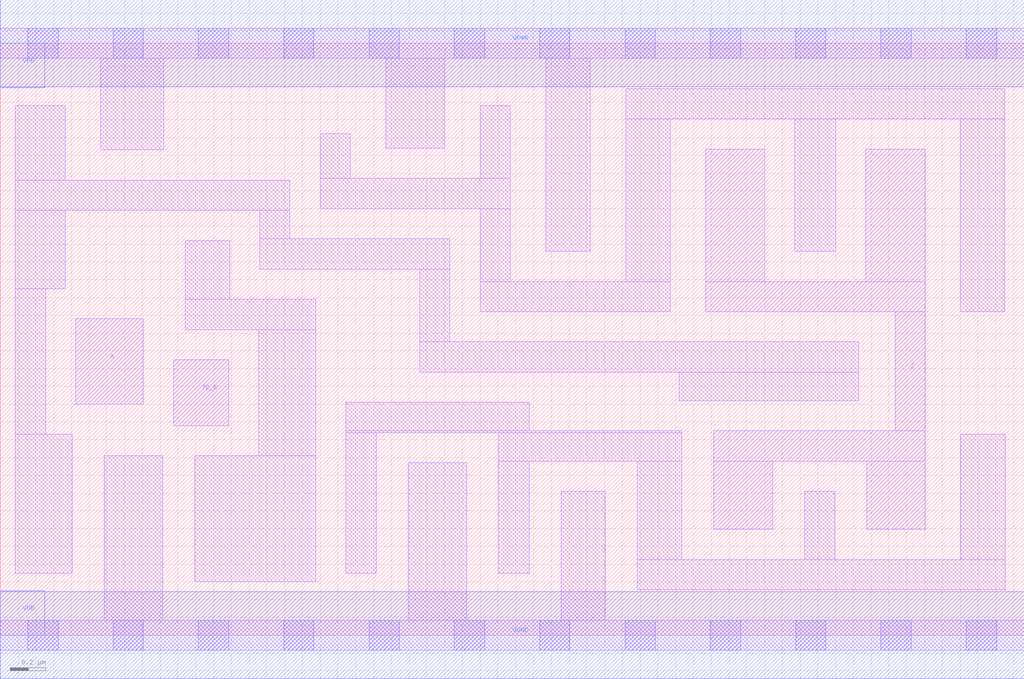
<source format=lef>
# Copyright 2020 The SkyWater PDK Authors
#
# Licensed under the Apache License, Version 2.0 (the "License");
# you may not use this file except in compliance with the License.
# You may obtain a copy of the License at
#
#     https://www.apache.org/licenses/LICENSE-2.0
#
# Unless required by applicable law or agreed to in writing, software
# distributed under the License is distributed on an "AS IS" BASIS,
# WITHOUT WARRANTIES OR CONDITIONS OF ANY KIND, either express or implied.
# See the License for the specific language governing permissions and
# limitations under the License.
#
# SPDX-License-Identifier: Apache-2.0

VERSION 5.5 ;
NAMESCASESENSITIVE ON ;
BUSBITCHARS "[]" ;
DIVIDERCHAR "/" ;
MACRO sky130_fd_sc_ms__ebufn_4
  CLASS CORE ;
  SOURCE USER ;
  ORIGIN  0.000000  0.000000 ;
  SIZE  5.760000 BY  3.330000 ;
  SYMMETRY X Y ;
  SITE unit ;
  PIN A
    ANTENNAGATEAREA  0.279000 ;
    DIRECTION INPUT ;
    USE SIGNAL ;
    PORT
      LAYER li1 ;
        RECT 0.425000 1.300000 0.805000 1.780000 ;
    END
  END A
  PIN TE_B
    ANTENNAGATEAREA  0.951000 ;
    DIRECTION INPUT ;
    USE SIGNAL ;
    PORT
      LAYER li1 ;
        RECT 0.975000 1.180000 1.285000 1.550000 ;
    END
  END TE_B
  PIN Z
    ANTENNADIFFAREA  1.101200 ;
    DIRECTION OUTPUT ;
    USE SIGNAL ;
    PORT
      LAYER li1 ;
        RECT 3.970000 1.820000 5.205000 1.990000 ;
        RECT 3.970000 1.990000 4.300000 2.735000 ;
        RECT 4.015000 0.595000 4.345000 0.980000 ;
        RECT 4.015000 0.980000 5.205000 1.150000 ;
        RECT 4.870000 1.990000 5.205000 2.735000 ;
        RECT 4.875000 0.595000 5.205000 0.980000 ;
        RECT 5.035000 1.150000 5.205000 1.820000 ;
    END
  END Z
  PIN VGND
    DIRECTION INOUT ;
    USE GROUND ;
    PORT
      LAYER met1 ;
        RECT 0.000000 -0.245000 5.760000 0.245000 ;
    END
  END VGND
  PIN VNB
    DIRECTION INOUT ;
    USE GROUND ;
    PORT
    END
  END VNB
  PIN VPB
    DIRECTION INOUT ;
    USE POWER ;
    PORT
    END
  END VPB
  PIN VNB
    DIRECTION INOUT ;
    USE GROUND ;
    PORT
      LAYER met1 ;
        RECT 0.000000 0.000000 0.250000 0.250000 ;
    END
  END VNB
  PIN VPB
    DIRECTION INOUT ;
    USE POWER ;
    PORT
      LAYER met1 ;
        RECT 0.000000 3.080000 0.250000 3.330000 ;
    END
  END VPB
  PIN VPWR
    DIRECTION INOUT ;
    USE POWER ;
    PORT
      LAYER met1 ;
        RECT 0.000000 3.085000 5.760000 3.575000 ;
    END
  END VPWR
  OBS
    LAYER li1 ;
      RECT 0.000000 -0.085000 5.760000 0.085000 ;
      RECT 0.000000  3.245000 5.760000 3.415000 ;
      RECT 0.085000  0.350000 0.405000 1.130000 ;
      RECT 0.085000  1.130000 0.255000 1.950000 ;
      RECT 0.085000  1.950000 0.365000 2.390000 ;
      RECT 0.085000  2.390000 1.630000 2.560000 ;
      RECT 0.085000  2.560000 0.365000 2.980000 ;
      RECT 0.565000  2.730000 0.920000 3.245000 ;
      RECT 0.585000  0.085000 0.915000 1.010000 ;
      RECT 1.040000  1.720000 1.775000 1.890000 ;
      RECT 1.040000  1.890000 1.290000 2.220000 ;
      RECT 1.095000  0.300000 1.775000 1.010000 ;
      RECT 1.455000  1.010000 1.775000 1.720000 ;
      RECT 1.460000  2.060000 2.530000 2.230000 ;
      RECT 1.460000  2.230000 1.630000 2.390000 ;
      RECT 1.800000  2.400000 2.870000 2.570000 ;
      RECT 1.800000  2.570000 1.970000 2.820000 ;
      RECT 1.945000  0.350000 2.115000 1.140000 ;
      RECT 1.945000  1.140000 3.835000 1.150000 ;
      RECT 1.945000  1.150000 2.975000 1.310000 ;
      RECT 2.170000  2.740000 2.500000 3.245000 ;
      RECT 2.295000  0.085000 2.625000 0.970000 ;
      RECT 2.360000  1.480000 4.830000 1.650000 ;
      RECT 2.360000  1.650000 2.530000 2.060000 ;
      RECT 2.700000  1.820000 3.770000 1.990000 ;
      RECT 2.700000  1.990000 2.870000 2.400000 ;
      RECT 2.700000  2.570000 2.870000 2.980000 ;
      RECT 2.805000  0.350000 2.975000 0.980000 ;
      RECT 2.805000  0.980000 3.835000 1.140000 ;
      RECT 3.070000  2.160000 3.320000 3.245000 ;
      RECT 3.155000  0.085000 3.405000 0.810000 ;
      RECT 3.520000  1.990000 3.770000 2.905000 ;
      RECT 3.520000  2.905000 5.650000 3.075000 ;
      RECT 3.585000  0.255000 5.655000 0.425000 ;
      RECT 3.585000  0.425000 3.835000 0.980000 ;
      RECT 3.820000  1.320000 4.830000 1.480000 ;
      RECT 4.470000  2.160000 4.700000 2.905000 ;
      RECT 4.525000  0.425000 4.695000 0.810000 ;
      RECT 5.400000  1.820000 5.650000 2.905000 ;
      RECT 5.405000  0.425000 5.655000 1.130000 ;
    LAYER mcon ;
      RECT 0.155000 -0.085000 0.325000 0.085000 ;
      RECT 0.155000  3.245000 0.325000 3.415000 ;
      RECT 0.635000 -0.085000 0.805000 0.085000 ;
      RECT 0.635000  3.245000 0.805000 3.415000 ;
      RECT 1.115000 -0.085000 1.285000 0.085000 ;
      RECT 1.115000  3.245000 1.285000 3.415000 ;
      RECT 1.595000 -0.085000 1.765000 0.085000 ;
      RECT 1.595000  3.245000 1.765000 3.415000 ;
      RECT 2.075000 -0.085000 2.245000 0.085000 ;
      RECT 2.075000  3.245000 2.245000 3.415000 ;
      RECT 2.555000 -0.085000 2.725000 0.085000 ;
      RECT 2.555000  3.245000 2.725000 3.415000 ;
      RECT 3.035000 -0.085000 3.205000 0.085000 ;
      RECT 3.035000  3.245000 3.205000 3.415000 ;
      RECT 3.515000 -0.085000 3.685000 0.085000 ;
      RECT 3.515000  3.245000 3.685000 3.415000 ;
      RECT 3.995000 -0.085000 4.165000 0.085000 ;
      RECT 3.995000  3.245000 4.165000 3.415000 ;
      RECT 4.475000 -0.085000 4.645000 0.085000 ;
      RECT 4.475000  3.245000 4.645000 3.415000 ;
      RECT 4.955000 -0.085000 5.125000 0.085000 ;
      RECT 4.955000  3.245000 5.125000 3.415000 ;
      RECT 5.435000 -0.085000 5.605000 0.085000 ;
      RECT 5.435000  3.245000 5.605000 3.415000 ;
  END
END sky130_fd_sc_ms__ebufn_4
END LIBRARY

</source>
